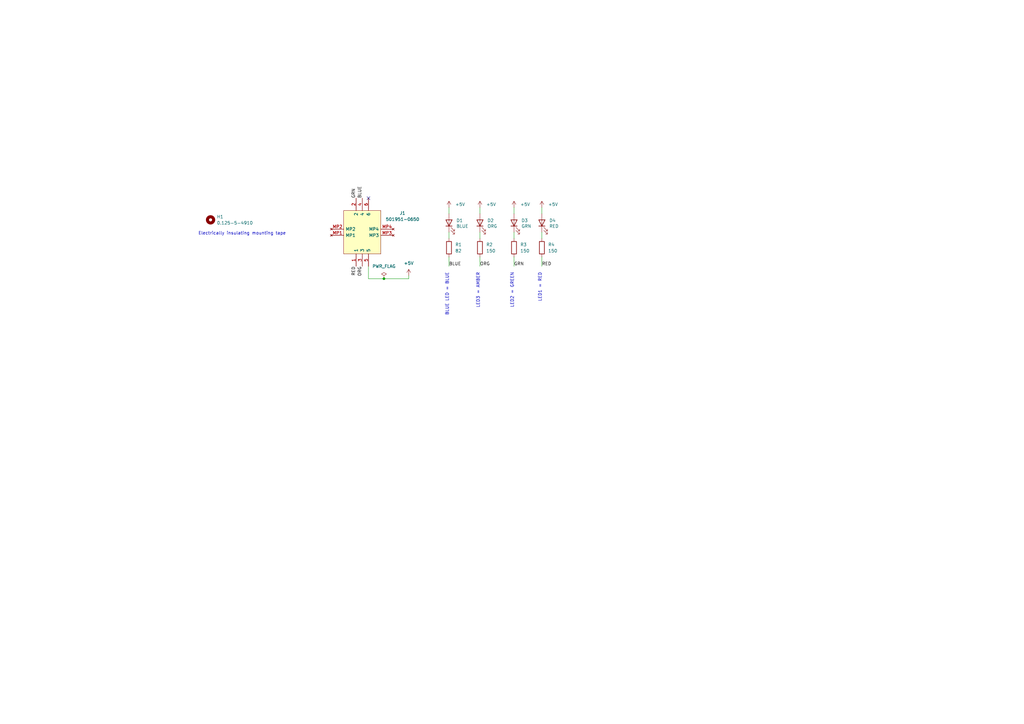
<source format=kicad_sch>
(kicad_sch (version 20211123) (generator eeschema)
  (paper "A3")
  (title_block (title "ATCA Carrier LED PCB") (date "2022-09-15") (rev "1.0") (company "Karlsruhe Institute of Technology (KIT)") (comment 1 "Institute for Data Processing and Electronics (IPE)") (comment 2 "Carsten Schmerbeck") (comment 4 "Licensed under CERN-OHL-P v2"))
  (lib_symbols
    (symbol "Device:LED" (pin_numbers hide) (pin_names (offset 1.016) hide)
      (property "Reference" "D" (at 0 2.54 0))
      (property "Value" "LED" (at 0 -2.54 0))
      (symbol "LED_0_1"
        (polyline (pts (xy -1.27 -1.27) (xy -1.27 1.27)) (stroke (width 0.254)))
        (polyline (pts (xy -1.27 0) (xy 1.27 0)))
        (polyline (pts (xy 1.27 -1.27) (xy 1.27 1.27) (xy -1.27 0) (xy 1.27 -1.27)) (stroke (width 0.254)))
        (polyline (pts (xy -3.048 -0.762) (xy -4.572 -2.286) (xy -3.81 -2.286) (xy -4.572 -2.286) (xy -4.572 -1.524)))
        (polyline (pts (xy -1.778 -0.762) (xy -3.302 -2.286) (xy -2.54 -2.286) (xy -3.302 -2.286) (xy -3.302 -1.524)))
      )
      (symbol "LED_1_1"
        (pin passive line (at -3.81 0 0) (length 2.54) (name "K") (number "1"))
        (pin passive line (at 3.81 0 180) (length 2.54) (name "A") (number "2"))
      )
    )
    (symbol "Device:R" (pin_numbers hide) (pin_names (offset 0))
      (property "Reference" "R" (at 2.032 0 90))
      (property "Value" "R" (at 0 0 90))
      (symbol "R_0_1"
        (rectangle (start -1.016 -2.54) (end 1.016 2.54) (stroke (width 0.254)))
      )
      (symbol "R_1_1"
        (pin passive line (at 0 3.81 270) (length 1.27) (name "~") (number "1"))
        (pin passive line (at 0 -3.81 90) (length 1.27) (name "~") (number "2"))
      )
    )
    (symbol "KIT_Connector:501951-0650" (pin_names (offset 0.762))
      (property "Reference" "J" (at 21.59 12.7 0))
      (property "Value" "501951-0650" (at 21.59 10.16 0))
      (symbol "501951-0650_0_0"
        (pin passive line (at 10.16 -15.24 90) (length 5.08) (name "1") (number "1"))
        (pin passive line (at 10.16 12.7 270) (length 5.08) (name "2") (number "2"))
        (pin passive line (at 12.7 -15.24 90) (length 5.08) (name "3") (number "3"))
        (pin passive line (at 12.7 12.7 270) (length 5.08) (name "4") (number "4"))
        (pin passive line (at 15.24 -15.24 90) (length 5.08) (name "5") (number "5"))
        (pin passive line (at 15.24 12.7 270) (length 5.08) (name "6") (number "6"))
        (pin no_connect line (at 0 -2.54 0) (length 5.08) (name "MP1") (number "MP1"))
        (pin no_connect line (at 0 0 0) (length 5.08) (name "MP2") (number "MP2"))
        (pin no_connect line (at 25.4 -2.54 180) (length 5.08) (name "MP3") (number "MP3"))
        (pin no_connect line (at 25.4 0 180) (length 5.08) (name "MP4") (number "MP4"))
      )
      (symbol "501951-0650_0_1"
        (polyline (pts (xy 5.08 7.62) (xy 20.32 7.62) (xy 20.32 -10.16) (xy 5.08 -10.16) (xy 5.08 7.62)) (stroke (width 0.1524)) (fill (type background)))
      )
    )
    (symbol "Mechanical:MountingHole" (pin_names (offset 1.016))
      (property "Reference" "H" (at 0 5.08 0))
      (property "Value" "MountingHole" (at 0 3.175 0))
      (symbol "MountingHole_0_1"
        (circle (center 0 0) (radius 1.27) (stroke (width 1.27)))
      )
    )
    (symbol "power:+5V" (power) (pin_names (offset 0))
      (property "Value" "+5V" (at 0 3.556 0))
      (symbol "+5V_0_1"
        (polyline (pts (xy -0.762 1.27) (xy 0 2.54)))
        (polyline (pts (xy 0 0) (xy 0 2.54)))
        (polyline (pts (xy 0 2.54) (xy 0.762 1.27)))
      )
      (symbol "+5V_1_1"
        (pin power_in line (at 0 0 90) (length 0) hide (name "+5V") (number "1"))
      )
    )
    (symbol "power:PWR_FLAG" (power) (pin_numbers hide) (pin_names (offset 0) hide)
      (property "Value" "PWR_FLAG" (at 0 3.81 0))
      (symbol "PWR_FLAG_0_0"
        (pin power_out line (at 0 0 90) (length 0) (name "pwr") (number "1"))
      )
      (symbol "PWR_FLAG_0_1"
        (polyline (pts (xy 0 0) (xy 0 1.27) (xy -1.016 1.905) (xy 0 2.54) (xy 1.016 1.905) (xy 0 1.27)))
      )
    )
  )
  (junction (at 157.48 114.3))
  (no_connect (at 151.13 81.28))
  (wire (pts (xy 210.82 95.25) (xy 210.82 97.79)))
  (wire (pts (xy 222.25 105.41) (xy 222.25 109.22)))
  (wire (pts (xy 196.85 105.41) (xy 196.85 109.22)))
  (wire (pts (xy 151.13 109.22) (xy 151.13 114.3)))
  (wire (pts (xy 222.25 95.25) (xy 222.25 97.79)))
  (wire (pts (xy 210.82 105.41) (xy 210.82 109.22)))
  (wire (pts (xy 222.25 85.09) (xy 222.25 87.63)))
  (wire (pts (xy 184.15 105.41) (xy 184.15 109.22)))
  (wire (pts (xy 210.82 85.09) (xy 210.82 87.63)))
  (wire (pts (xy 184.15 95.25) (xy 184.15 97.79)))
  (wire (pts (xy 167.64 113.03) (xy 167.64 114.3)))
  (wire (pts (xy 196.85 95.25) (xy 196.85 97.79)))
  (wire (pts (xy 184.15 85.09) (xy 184.15 87.63)))
  (wire (pts (xy 151.13 114.3) (xy 157.48 114.3)))
  (wire (pts (xy 196.85 85.09) (xy 196.85 87.63)))
  (wire (pts (xy 157.48 114.3) (xy 167.64 114.3)))
  (text "Electrically insulating mounting tape" (at 81.28 96.52 0) (effects (font (size 1.27 1.27)) (justify left bottom)))
  (text "LED2 = GREEN" (at 210.82 111.76 270) (effects (font (size 1.27 1.27)) (justify right bottom)))
  (text "LED1 = RED" (at 222.25 111.76 270) (effects (font (size 1.27 1.27)) (justify right bottom)))
  (text "BLUE LED = BLUE" (at 184.15 111.76 270) (effects (font (size 1.27 1.27)) (justify right bottom)))
  (text "LED3 = AMBER" (at 196.85 111.76 270) (effects (font (size 1.27 1.27)) (justify right bottom)))
  (label "BLUE" (at 184.15 109.22 0))
  (label "RED" (at 146.05 109.22 270))
  (label "GRN" (at 210.82 109.22 0))
  (label "ORG" (at 196.85 109.22 0))
  (label "RED" (at 222.25 109.22 0))
  (label "ORG" (at 148.59 109.22 270))
  (label "GRN" (at 146.05 81.28 90))
  (label "BLUE" (at 148.59 81.28 90))
  (symbol (lib_id "power:+5V") (at 222.25 85.09 0) (unit 1)
    (property "Reference" "#PWR07" (effects hide))
    (property "Value" "+5V" (at 224.79 83.8199 0) (effects (justify left)))
  )
  (symbol (lib_id "Mechanical:MountingHole") (at 86.36 90.17 0) (unit 1)
    (property "Reference" "H1" (at 88.9 88.8999 0) (effects (justify left)))
    (property "Value" "0.125-5-4910" (at 88.9 91.4399 0) (effects (justify left)))
    (property "Footprint" "KIT_Mechanical:0.125-5-4910" (effects hide))
    (property "Datasheet" "https://multimedia.3m.com/mws/media/1267925O/vhb-tape-specialty-tapes.pdf" (effects hide))
    (property "digikey#" "3M156589-ND" (effects hide))
    (property "manf" "3M" (effects hide))
    (property "manf#" "0.125-5-4910" (effects hide))
  )
  (symbol (lib_id "Device:LED") (at 222.25 91.44 90) (unit 1)
    (property "Reference" "D4" (at 225.2472 90.4494 90) (effects (justify right)))
    (property "Value" "RED" (at 225.2472 92.7608 90) (effects (justify right)))
    (property "Footprint" "KIT_LED_SMD:APA1606x" (effects hide))
    (property "Datasheet" "https://www.kingbrightusa.com/images/catalog/SPEC/APA1606SURCK.pdf" (effects hide))
    (property "digikey#" "754-1054-1-ND" (effects hide))
    (property "manf" "Kingbright" (effects hide))
    (property "manf#" "APA1606SURCK" (effects hide))
  )
  (symbol (lib_id "power:PWR_FLAG") (at 157.48 114.3 0) (unit 1)
    (property "Reference" "#FLG0102" (effects hide))
    (property "Value" "PWR_FLAG" (at 157.48 109.22 0))
  )
  (symbol (lib_id "Device:LED") (at 210.82 91.44 90) (unit 1)
    (property "Reference" "D3" (at 213.8172 90.4494 90) (effects (justify right)))
    (property "Value" "GRN" (at 213.8172 92.7608 90) (effects (justify right)))
    (property "Footprint" "KIT_LED_SMD:APA1606x" (effects hide))
    (property "Datasheet" "https://www.kingbrightusa.com/images/catalog/SPEC/APA1606ZGCK.pdf" (effects hide))
    (property "digikey#" "754-1051-1-ND" (effects hide))
    (property "manf" "Kingbright" (effects hide))
    (property "manf#" "APA1606CGCK" (effects hide))
  )
  (symbol (lib_id "Device:R") (at 222.25 101.6 0) (unit 1)
    (property "Reference" "R4" (at 224.79 100.3299 0) (effects (justify left)))
    (property "Value" "150" (at 224.79 102.8699 0) (effects (justify left)))
    (property "Footprint" "Resistor_SMD:R_0402_1005Metric" (effects hide))
    (property "digikey#" "A129617CT-ND" (effects hide))
    (property "manf" "TE" (effects hide))
    (property "manf#" "CRGCQ0402F150R" (effects hide))
    (property "stock" "AVT-IPE" (effects hide))
  )
  (symbol (lib_id "power:+5V") (at 167.64 113.03 0) (unit 1)
    (property "Reference" "#PWR02" (effects hide))
    (property "Value" "+5V" (at 167.64 107.95 0))
  )
  (symbol (lib_id "power:+5V") (at 210.82 85.09 0) (unit 1)
    (property "Reference" "#PWR06" (effects hide))
    (property "Value" "+5V" (at 213.36 83.8199 0) (effects (justify left)))
  )
  (symbol (lib_id "Device:LED") (at 196.85 91.44 90) (unit 1)
    (property "Reference" "D2" (at 199.8472 90.4494 90) (effects (justify right)))
    (property "Value" "ORG" (at 199.8472 92.7608 90) (effects (justify right)))
    (property "Footprint" "KIT_LED_SMD:APA1606x" (effects hide))
    (property "Datasheet" "https://www.kingbrightusa.com/images/catalog/SPEC/APA1606SECK.pdf" (effects hide))
    (property "digikey#" "754-1053-1-ND" (effects hide))
    (property "manf" "Kingbright" (effects hide))
    (property "manf#" "APA1606SECK" (effects hide))
  )
  (symbol (lib_id "Device:LED") (at 184.15 91.44 90) (unit 1)
    (property "Reference" "D1" (at 187.1472 90.4494 90) (effects (justify right)))
    (property "Value" "BLUE" (at 187.1472 92.7608 90) (effects (justify right)))
    (property "Footprint" "KIT_LED_SMD:APA1606x" (effects hide))
    (property "Datasheet" "https://www.kingbrightusa.com/images/catalog/SPEC/APA1606QBC-D.pdf" (effects hide))
    (property "digikey#" "754-1424-1-ND" (effects hide))
    (property "manf" "Kingbright" (effects hide))
    (property "manf#" "APA1606QBC/D" (effects hide))
  )
  (symbol (lib_id "KIT_Connector:501951-0650") (at 135.89 93.98 0) (unit 1)
    (property "Reference" "J1" (at 165.1 87.4012 0))
    (property "Value" "501951-0650" (at 165.1 89.9412 0))
    (property "Footprint" "KIT_Connector:50195106501" (effects hide))
    (property "Datasheet" "https://www.molex.com/pdm_docs/sd/5019510650_sd.pdf" (effects hide))
    (property "mouser#" "538-501951-0650" (effects hide))
    (property "digikey#" "900-5019510650CT-ND" (effects hide))
    (property "manf" "Molex" (effects hide))
    (property "manf#" "5019510650" (effects hide))
    (property "rs#" " " (effects hide))
  )
  (symbol (lib_id "Device:R") (at 196.85 101.6 0) (unit 1)
    (property "Reference" "R2" (at 199.39 100.3299 0) (effects (justify left)))
    (property "Value" "150" (at 199.39 102.8699 0) (effects (justify left)))
    (property "Footprint" "Resistor_SMD:R_0402_1005Metric" (effects hide))
    (property "digikey#" "A129617CT-ND" (effects hide))
    (property "manf" "TE" (effects hide))
    (property "manf#" "CRGCQ0402F150R" (effects hide))
    (property "stock" "AVT-IPE" (effects hide))
  )
  (symbol (lib_id "power:+5V") (at 184.15 85.09 0) (unit 1)
    (property "Reference" "#PWR04" (effects hide))
    (property "Value" "+5V" (at 186.69 83.8199 0) (effects (justify left)))
  )
  (symbol (lib_id "Device:R") (at 184.15 101.6 0) (unit 1)
    (property "Reference" "R1" (at 186.69 100.3299 0) (effects (justify left)))
    (property "Value" "82" (at 186.69 102.8699 0) (effects (justify left)))
    (property "Footprint" "Resistor_SMD:R_0402_1005Metric" (effects hide))
    (property "digikey#" "A129614CT-ND" (effects hide))
    (property "manf" "TE" (effects hide))
    (property "manf#" "CRGCQ0402F82R" (effects hide))
    (property "stock" "AVT-IPE" (effects hide))
  )
  (symbol (lib_id "Device:R") (at 210.82 101.6 0) (unit 1)
    (property "Reference" "R3" (at 213.36 100.3299 0) (effects (justify left)))
    (property "Value" "150" (at 213.36 102.8699 0) (effects (justify left)))
    (property "Footprint" "Resistor_SMD:R_0402_1005Metric" (effects hide))
    (property "digikey#" "A129617CT-ND" (effects hide))
    (property "manf" "TE" (effects hide))
    (property "manf#" "CRGCQ0402F150R" (effects hide))
    (property "stock" "AVT-IPE" (effects hide))
  )
  (symbol (lib_id "power:+5V") (at 196.85 85.09 0) (unit 1)
    (property "Reference" "#PWR05" (effects hide))
    (property "Value" "+5V" (at 199.39 83.8199 0) (effects (justify left)))
  )
)
</source>
